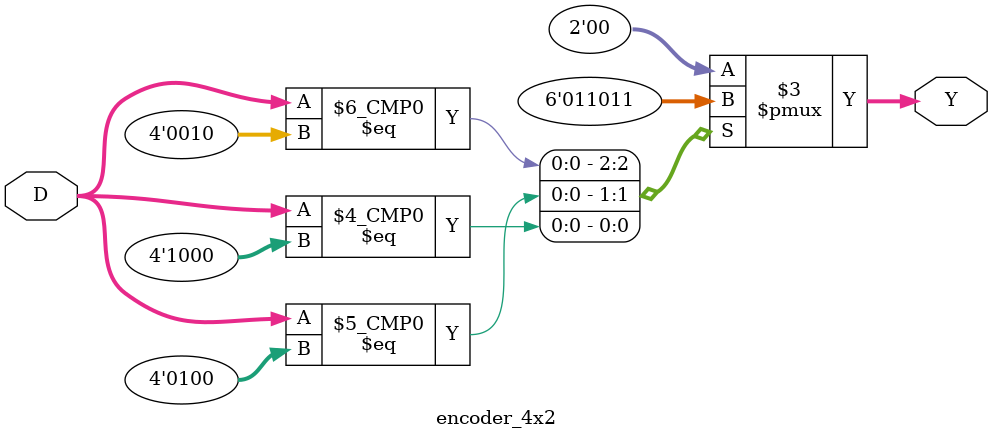
<source format=sv>
module encoder_4x2(input [3:0] D, output reg [1:0] Y);
  always @(*) begin
    case (D)
      4'b0001: Y = 2'b00;
      4'b0010: Y = 2'b01;
      4'b0100: Y = 2'b10;
      4'b1000: Y = 2'b11;
      default: Y = 2'b00;
    endcase
  end
endmodule


</source>
